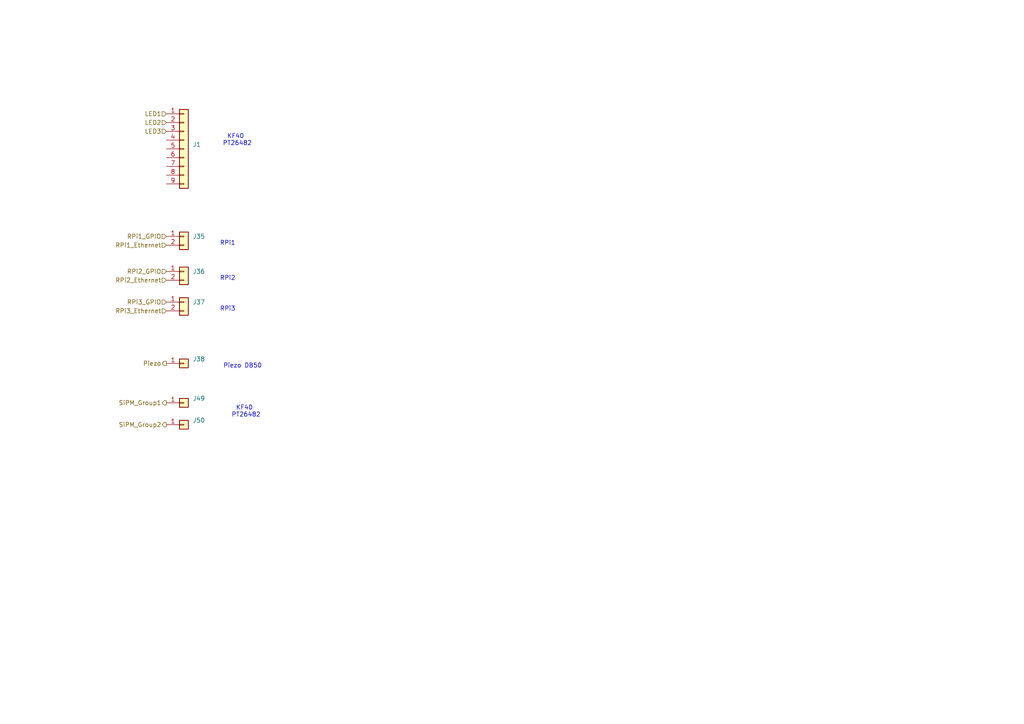
<source format=kicad_sch>
(kicad_sch
	(version 20231120)
	(generator "eeschema")
	(generator_version "8.0")
	(uuid "3448d614-8d82-4224-b09d-cf955102620d")
	(paper "A4")
	(title_block
		(title "Instrumentation wiring drawing")
		(date "2024-06-21")
		(rev "v0")
		(company "SBC")
		(comment 1 "Zhiheng Sheng")
	)
	(lib_symbols
		(symbol "Connector_Generic:Conn_01x01"
			(pin_names
				(offset 1.016) hide)
			(exclude_from_sim no)
			(in_bom yes)
			(on_board yes)
			(property "Reference" "J"
				(at 0 2.54 0)
				(effects
					(font
						(size 1.27 1.27)
					)
				)
			)
			(property "Value" "Conn_01x01"
				(at 0 -2.54 0)
				(effects
					(font
						(size 1.27 1.27)
					)
				)
			)
			(property "Footprint" ""
				(at 0 0 0)
				(effects
					(font
						(size 1.27 1.27)
					)
					(hide yes)
				)
			)
			(property "Datasheet" "~"
				(at 0 0 0)
				(effects
					(font
						(size 1.27 1.27)
					)
					(hide yes)
				)
			)
			(property "Description" "Generic connector, single row, 01x01, script generated (kicad-library-utils/schlib/autogen/connector/)"
				(at 0 0 0)
				(effects
					(font
						(size 1.27 1.27)
					)
					(hide yes)
				)
			)
			(property "ki_keywords" "connector"
				(at 0 0 0)
				(effects
					(font
						(size 1.27 1.27)
					)
					(hide yes)
				)
			)
			(property "ki_fp_filters" "Connector*:*_1x??_*"
				(at 0 0 0)
				(effects
					(font
						(size 1.27 1.27)
					)
					(hide yes)
				)
			)
			(symbol "Conn_01x01_1_1"
				(rectangle
					(start -1.27 0.127)
					(end 0 -0.127)
					(stroke
						(width 0.1524)
						(type default)
					)
					(fill
						(type none)
					)
				)
				(rectangle
					(start -1.27 1.27)
					(end 1.27 -1.27)
					(stroke
						(width 0.254)
						(type default)
					)
					(fill
						(type background)
					)
				)
				(pin passive line
					(at -5.08 0 0)
					(length 3.81)
					(name "Pin_1"
						(effects
							(font
								(size 1.27 1.27)
							)
						)
					)
					(number "1"
						(effects
							(font
								(size 1.27 1.27)
							)
						)
					)
				)
			)
		)
		(symbol "Connector_Generic:Conn_01x02"
			(pin_names
				(offset 1.016) hide)
			(exclude_from_sim no)
			(in_bom yes)
			(on_board yes)
			(property "Reference" "J"
				(at 0 2.54 0)
				(effects
					(font
						(size 1.27 1.27)
					)
				)
			)
			(property "Value" "Conn_01x02"
				(at 0 -5.08 0)
				(effects
					(font
						(size 1.27 1.27)
					)
				)
			)
			(property "Footprint" ""
				(at 0 0 0)
				(effects
					(font
						(size 1.27 1.27)
					)
					(hide yes)
				)
			)
			(property "Datasheet" "~"
				(at 0 0 0)
				(effects
					(font
						(size 1.27 1.27)
					)
					(hide yes)
				)
			)
			(property "Description" "Generic connector, single row, 01x02, script generated (kicad-library-utils/schlib/autogen/connector/)"
				(at 0 0 0)
				(effects
					(font
						(size 1.27 1.27)
					)
					(hide yes)
				)
			)
			(property "ki_keywords" "connector"
				(at 0 0 0)
				(effects
					(font
						(size 1.27 1.27)
					)
					(hide yes)
				)
			)
			(property "ki_fp_filters" "Connector*:*_1x??_*"
				(at 0 0 0)
				(effects
					(font
						(size 1.27 1.27)
					)
					(hide yes)
				)
			)
			(symbol "Conn_01x02_1_1"
				(rectangle
					(start -1.27 -2.413)
					(end 0 -2.667)
					(stroke
						(width 0.1524)
						(type default)
					)
					(fill
						(type none)
					)
				)
				(rectangle
					(start -1.27 0.127)
					(end 0 -0.127)
					(stroke
						(width 0.1524)
						(type default)
					)
					(fill
						(type none)
					)
				)
				(rectangle
					(start -1.27 1.27)
					(end 1.27 -3.81)
					(stroke
						(width 0.254)
						(type default)
					)
					(fill
						(type background)
					)
				)
				(pin passive line
					(at -5.08 0 0)
					(length 3.81)
					(name "Pin_1"
						(effects
							(font
								(size 1.27 1.27)
							)
						)
					)
					(number "1"
						(effects
							(font
								(size 1.27 1.27)
							)
						)
					)
				)
				(pin passive line
					(at -5.08 -2.54 0)
					(length 3.81)
					(name "Pin_2"
						(effects
							(font
								(size 1.27 1.27)
							)
						)
					)
					(number "2"
						(effects
							(font
								(size 1.27 1.27)
							)
						)
					)
				)
			)
		)
		(symbol "Connector_Generic:Conn_01x09"
			(pin_names
				(offset 1.016) hide)
			(exclude_from_sim no)
			(in_bom yes)
			(on_board yes)
			(property "Reference" "J"
				(at 0 12.7 0)
				(effects
					(font
						(size 1.27 1.27)
					)
				)
			)
			(property "Value" "Conn_01x09"
				(at 0 -12.7 0)
				(effects
					(font
						(size 1.27 1.27)
					)
				)
			)
			(property "Footprint" ""
				(at 0 0 0)
				(effects
					(font
						(size 1.27 1.27)
					)
					(hide yes)
				)
			)
			(property "Datasheet" "~"
				(at 0 0 0)
				(effects
					(font
						(size 1.27 1.27)
					)
					(hide yes)
				)
			)
			(property "Description" "Generic connector, single row, 01x09, script generated (kicad-library-utils/schlib/autogen/connector/)"
				(at 0 0 0)
				(effects
					(font
						(size 1.27 1.27)
					)
					(hide yes)
				)
			)
			(property "ki_keywords" "connector"
				(at 0 0 0)
				(effects
					(font
						(size 1.27 1.27)
					)
					(hide yes)
				)
			)
			(property "ki_fp_filters" "Connector*:*_1x??_*"
				(at 0 0 0)
				(effects
					(font
						(size 1.27 1.27)
					)
					(hide yes)
				)
			)
			(symbol "Conn_01x09_1_1"
				(rectangle
					(start -1.27 -10.033)
					(end 0 -10.287)
					(stroke
						(width 0.1524)
						(type default)
					)
					(fill
						(type none)
					)
				)
				(rectangle
					(start -1.27 -7.493)
					(end 0 -7.747)
					(stroke
						(width 0.1524)
						(type default)
					)
					(fill
						(type none)
					)
				)
				(rectangle
					(start -1.27 -4.953)
					(end 0 -5.207)
					(stroke
						(width 0.1524)
						(type default)
					)
					(fill
						(type none)
					)
				)
				(rectangle
					(start -1.27 -2.413)
					(end 0 -2.667)
					(stroke
						(width 0.1524)
						(type default)
					)
					(fill
						(type none)
					)
				)
				(rectangle
					(start -1.27 0.127)
					(end 0 -0.127)
					(stroke
						(width 0.1524)
						(type default)
					)
					(fill
						(type none)
					)
				)
				(rectangle
					(start -1.27 2.667)
					(end 0 2.413)
					(stroke
						(width 0.1524)
						(type default)
					)
					(fill
						(type none)
					)
				)
				(rectangle
					(start -1.27 5.207)
					(end 0 4.953)
					(stroke
						(width 0.1524)
						(type default)
					)
					(fill
						(type none)
					)
				)
				(rectangle
					(start -1.27 7.747)
					(end 0 7.493)
					(stroke
						(width 0.1524)
						(type default)
					)
					(fill
						(type none)
					)
				)
				(rectangle
					(start -1.27 10.287)
					(end 0 10.033)
					(stroke
						(width 0.1524)
						(type default)
					)
					(fill
						(type none)
					)
				)
				(rectangle
					(start -1.27 11.43)
					(end 1.27 -11.43)
					(stroke
						(width 0.254)
						(type default)
					)
					(fill
						(type background)
					)
				)
				(pin passive line
					(at -5.08 10.16 0)
					(length 3.81)
					(name "Pin_1"
						(effects
							(font
								(size 1.27 1.27)
							)
						)
					)
					(number "1"
						(effects
							(font
								(size 1.27 1.27)
							)
						)
					)
				)
				(pin passive line
					(at -5.08 7.62 0)
					(length 3.81)
					(name "Pin_2"
						(effects
							(font
								(size 1.27 1.27)
							)
						)
					)
					(number "2"
						(effects
							(font
								(size 1.27 1.27)
							)
						)
					)
				)
				(pin passive line
					(at -5.08 5.08 0)
					(length 3.81)
					(name "Pin_3"
						(effects
							(font
								(size 1.27 1.27)
							)
						)
					)
					(number "3"
						(effects
							(font
								(size 1.27 1.27)
							)
						)
					)
				)
				(pin passive line
					(at -5.08 2.54 0)
					(length 3.81)
					(name "Pin_4"
						(effects
							(font
								(size 1.27 1.27)
							)
						)
					)
					(number "4"
						(effects
							(font
								(size 1.27 1.27)
							)
						)
					)
				)
				(pin passive line
					(at -5.08 0 0)
					(length 3.81)
					(name "Pin_5"
						(effects
							(font
								(size 1.27 1.27)
							)
						)
					)
					(number "5"
						(effects
							(font
								(size 1.27 1.27)
							)
						)
					)
				)
				(pin passive line
					(at -5.08 -2.54 0)
					(length 3.81)
					(name "Pin_6"
						(effects
							(font
								(size 1.27 1.27)
							)
						)
					)
					(number "6"
						(effects
							(font
								(size 1.27 1.27)
							)
						)
					)
				)
				(pin passive line
					(at -5.08 -5.08 0)
					(length 3.81)
					(name "Pin_7"
						(effects
							(font
								(size 1.27 1.27)
							)
						)
					)
					(number "7"
						(effects
							(font
								(size 1.27 1.27)
							)
						)
					)
				)
				(pin passive line
					(at -5.08 -7.62 0)
					(length 3.81)
					(name "Pin_8"
						(effects
							(font
								(size 1.27 1.27)
							)
						)
					)
					(number "8"
						(effects
							(font
								(size 1.27 1.27)
							)
						)
					)
				)
				(pin passive line
					(at -5.08 -10.16 0)
					(length 3.81)
					(name "Pin_9"
						(effects
							(font
								(size 1.27 1.27)
							)
						)
					)
					(number "9"
						(effects
							(font
								(size 1.27 1.27)
							)
						)
					)
				)
			)
		)
	)
	(text "RPi3"
		(exclude_from_sim no)
		(at 66.04 89.662 0)
		(effects
			(font
				(size 1.27 1.27)
			)
		)
		(uuid "022bba51-b708-429a-87fe-2be46d1e305d")
	)
	(text "RPi2"
		(exclude_from_sim no)
		(at 66.04 80.772 0)
		(effects
			(font
				(size 1.27 1.27)
			)
		)
		(uuid "171674cc-5cf2-4bcf-92a2-aebd4b9413cd")
	)
	(text "KF40 \nPT26482"
		(exclude_from_sim no)
		(at 68.834 40.64 0)
		(effects
			(font
				(size 1.27 1.27)
			)
		)
		(uuid "7dbe3aff-c0eb-4b60-806f-cbeb8c8899ba")
	)
	(text "Piezo DB50"
		(exclude_from_sim no)
		(at 70.358 106.172 0)
		(effects
			(font
				(size 1.27 1.27)
			)
		)
		(uuid "bf220f63-16f2-424c-90a2-1fd3a126e2de")
	)
	(text "KF40 \nPT26482"
		(exclude_from_sim no)
		(at 71.374 119.38 0)
		(effects
			(font
				(size 1.27 1.27)
			)
		)
		(uuid "dcac7418-1cb0-4bbb-8c9c-9baab747a4c0")
	)
	(text "RPi1"
		(exclude_from_sim no)
		(at 66.04 70.612 0)
		(effects
			(font
				(size 1.27 1.27)
			)
		)
		(uuid "f880d3d1-4019-40bc-8003-e2318c443e2d")
	)
	(hierarchical_label "RPi3_GPIO"
		(shape input)
		(at 48.26 87.63 180)
		(fields_autoplaced yes)
		(effects
			(font
				(size 1.27 1.27)
			)
			(justify right)
		)
		(uuid "094ffa31-e34e-41a1-bbba-50bf69cadc55")
	)
	(hierarchical_label "RPi2_GPIO"
		(shape input)
		(at 48.26 78.74 180)
		(fields_autoplaced yes)
		(effects
			(font
				(size 1.27 1.27)
			)
			(justify right)
		)
		(uuid "19f914a8-d43c-42ed-88ed-871360ec871a")
	)
	(hierarchical_label "RPi2_Ethernet"
		(shape input)
		(at 48.26 81.28 180)
		(fields_autoplaced yes)
		(effects
			(font
				(size 1.27 1.27)
			)
			(justify right)
		)
		(uuid "1dbedb54-ae8f-4656-b41f-74c5e1943d0d")
	)
	(hierarchical_label "RPi1_Ethernet"
		(shape input)
		(at 48.26 71.12 180)
		(fields_autoplaced yes)
		(effects
			(font
				(size 1.27 1.27)
			)
			(justify right)
		)
		(uuid "2f9fa7ae-f238-4b03-8677-d9f2d03de1da")
	)
	(hierarchical_label "RPi1_GPIO"
		(shape input)
		(at 48.26 68.58 180)
		(fields_autoplaced yes)
		(effects
			(font
				(size 1.27 1.27)
			)
			(justify right)
		)
		(uuid "338010d0-dd86-4839-a836-8c354a513a96")
	)
	(hierarchical_label "RPi3_Ethernet"
		(shape input)
		(at 48.26 90.17 180)
		(fields_autoplaced yes)
		(effects
			(font
				(size 1.27 1.27)
			)
			(justify right)
		)
		(uuid "3b5dfdf9-fbf2-4770-9eb1-2931c80d2e74")
	)
	(hierarchical_label "LED2"
		(shape input)
		(at 48.26 35.56 180)
		(fields_autoplaced yes)
		(effects
			(font
				(size 1.27 1.27)
			)
			(justify right)
		)
		(uuid "4ce49870-d7ed-4c3d-aa18-83c1f6f2b865")
	)
	(hierarchical_label "LED3"
		(shape input)
		(at 48.26 38.1 180)
		(fields_autoplaced yes)
		(effects
			(font
				(size 1.27 1.27)
			)
			(justify right)
		)
		(uuid "64b4966b-4539-48d0-b114-6085150fa4ee")
	)
	(hierarchical_label "LED1"
		(shape input)
		(at 48.26 33.02 180)
		(fields_autoplaced yes)
		(effects
			(font
				(size 1.27 1.27)
			)
			(justify right)
		)
		(uuid "84396dd8-f488-4082-bb69-4ffc4b376395")
	)
	(hierarchical_label "Piezo"
		(shape output)
		(at 48.26 105.41 180)
		(fields_autoplaced yes)
		(effects
			(font
				(size 1.27 1.27)
			)
			(justify right)
		)
		(uuid "b123012e-190a-4aec-992e-4f1c0f837576")
	)
	(hierarchical_label "SiPM_Group2"
		(shape output)
		(at 48.26 123.19 180)
		(fields_autoplaced yes)
		(effects
			(font
				(size 1.27 1.27)
			)
			(justify right)
		)
		(uuid "cb63f26e-b02d-4eeb-8d06-ceb46ca734c3")
	)
	(hierarchical_label "SiPM_Group1"
		(shape output)
		(at 48.26 116.84 180)
		(fields_autoplaced yes)
		(effects
			(font
				(size 1.27 1.27)
			)
			(justify right)
		)
		(uuid "f97308a5-b959-4d2a-a391-be4071a927b6")
	)
	(symbol
		(lib_id "Connector_Generic:Conn_01x09")
		(at 53.34 43.18 0)
		(unit 1)
		(exclude_from_sim no)
		(in_bom yes)
		(on_board yes)
		(dnp no)
		(fields_autoplaced yes)
		(uuid "188d4b6b-71dd-49d5-9653-8a06b5fe502a")
		(property "Reference" "J1"
			(at 55.88 41.9099 0)
			(effects
				(font
					(size 1.27 1.27)
				)
				(justify left)
			)
		)
		(property "Value" "Conn_01x09"
			(at 55.88 44.4499 0)
			(effects
				(font
					(size 1.27 1.27)
				)
				(justify left)
				(hide yes)
			)
		)
		(property "Footprint" ""
			(at 53.34 43.18 0)
			(effects
				(font
					(size 1.27 1.27)
				)
				(hide yes)
			)
		)
		(property "Datasheet" "~"
			(at 53.34 43.18 0)
			(effects
				(font
					(size 1.27 1.27)
				)
				(hide yes)
			)
		)
		(property "Description" "Generic connector, single row, 01x09, script generated (kicad-library-utils/schlib/autogen/connector/)"
			(at 53.34 43.18 0)
			(effects
				(font
					(size 1.27 1.27)
				)
				(hide yes)
			)
		)
		(pin "8"
			(uuid "754fe0fd-5e79-49f7-910c-38e1de875ce5")
		)
		(pin "4"
			(uuid "550ad161-2699-456a-aa1b-35fe7422a53b")
		)
		(pin "5"
			(uuid "cffd2ed8-b068-498e-b822-e17552008ace")
		)
		(pin "2"
			(uuid "e48a962b-0eeb-4dec-b36b-4e9eaa7708dc")
		)
		(pin "6"
			(uuid "66d5de06-895a-4381-9e30-0814627d001f")
		)
		(pin "7"
			(uuid "3681081c-7d83-4d15-9a88-1053ec7eff94")
		)
		(pin "3"
			(uuid "4c12a540-8542-4c15-9631-ccb481dce1a1")
		)
		(pin "9"
			(uuid "1de6fae8-27b6-4840-95d1-b71119004dae")
		)
		(pin "1"
			(uuid "c54eb0ee-7108-4615-9005-c5003ebcb46d")
		)
		(instances
			(project ""
				(path "/33b0be37-4aa5-415a-8914-5441d29c7862/64276ada-bd10-4f0a-80e4-c5d5e9687fcf"
					(reference "J1")
					(unit 1)
				)
			)
		)
	)
	(symbol
		(lib_id "Connector_Generic:Conn_01x01")
		(at 53.34 123.19 0)
		(unit 1)
		(exclude_from_sim no)
		(in_bom yes)
		(on_board yes)
		(dnp no)
		(fields_autoplaced yes)
		(uuid "54a13f6f-281a-4903-9ddc-0eca5b972686")
		(property "Reference" "J50"
			(at 55.88 121.9199 0)
			(effects
				(font
					(size 1.27 1.27)
				)
				(justify left)
			)
		)
		(property "Value" "Conn_01x01"
			(at 55.88 124.4599 0)
			(effects
				(font
					(size 1.27 1.27)
				)
				(justify left)
				(hide yes)
			)
		)
		(property "Footprint" ""
			(at 53.34 123.19 0)
			(effects
				(font
					(size 1.27 1.27)
				)
				(hide yes)
			)
		)
		(property "Datasheet" "~"
			(at 53.34 123.19 0)
			(effects
				(font
					(size 1.27 1.27)
				)
				(hide yes)
			)
		)
		(property "Description" "Generic connector, single row, 01x01, script generated (kicad-library-utils/schlib/autogen/connector/)"
			(at 53.34 123.19 0)
			(effects
				(font
					(size 1.27 1.27)
				)
				(hide yes)
			)
		)
		(pin "1"
			(uuid "175bb15a-894a-4362-a984-302f7dbbaf31")
		)
		(instances
			(project "instrumentation_wiring"
				(path "/33b0be37-4aa5-415a-8914-5441d29c7862/64276ada-bd10-4f0a-80e4-c5d5e9687fcf"
					(reference "J50")
					(unit 1)
				)
			)
		)
	)
	(symbol
		(lib_id "Connector_Generic:Conn_01x02")
		(at 53.34 68.58 0)
		(unit 1)
		(exclude_from_sim no)
		(in_bom yes)
		(on_board yes)
		(dnp no)
		(fields_autoplaced yes)
		(uuid "564c6ab2-69ee-48e6-b168-ede807c315cc")
		(property "Reference" "J35"
			(at 55.88 68.5799 0)
			(effects
				(font
					(size 1.27 1.27)
				)
				(justify left)
			)
		)
		(property "Value" "Conn_01x02"
			(at 55.88 71.1199 0)
			(effects
				(font
					(size 1.27 1.27)
				)
				(justify left)
				(hide yes)
			)
		)
		(property "Footprint" ""
			(at 53.34 68.58 0)
			(effects
				(font
					(size 1.27 1.27)
				)
				(hide yes)
			)
		)
		(property "Datasheet" "~"
			(at 53.34 68.58 0)
			(effects
				(font
					(size 1.27 1.27)
				)
				(hide yes)
			)
		)
		(property "Description" "Generic connector, single row, 01x02, script generated (kicad-library-utils/schlib/autogen/connector/)"
			(at 53.34 68.58 0)
			(effects
				(font
					(size 1.27 1.27)
				)
				(hide yes)
			)
		)
		(pin "2"
			(uuid "f6ece326-d08a-41da-8335-89cd1652f2bc")
		)
		(pin "1"
			(uuid "6d440c3b-2008-4566-8e3e-eb4098e49b25")
		)
		(instances
			(project ""
				(path "/33b0be37-4aa5-415a-8914-5441d29c7862/64276ada-bd10-4f0a-80e4-c5d5e9687fcf"
					(reference "J35")
					(unit 1)
				)
			)
		)
	)
	(symbol
		(lib_id "Connector_Generic:Conn_01x02")
		(at 53.34 87.63 0)
		(unit 1)
		(exclude_from_sim no)
		(in_bom yes)
		(on_board yes)
		(dnp no)
		(fields_autoplaced yes)
		(uuid "72c201c9-0335-4033-8b4e-03bb4f8bf78a")
		(property "Reference" "J37"
			(at 55.88 87.6299 0)
			(effects
				(font
					(size 1.27 1.27)
				)
				(justify left)
			)
		)
		(property "Value" "Conn_01x02"
			(at 55.88 90.1699 0)
			(effects
				(font
					(size 1.27 1.27)
				)
				(justify left)
				(hide yes)
			)
		)
		(property "Footprint" ""
			(at 53.34 87.63 0)
			(effects
				(font
					(size 1.27 1.27)
				)
				(hide yes)
			)
		)
		(property "Datasheet" "~"
			(at 53.34 87.63 0)
			(effects
				(font
					(size 1.27 1.27)
				)
				(hide yes)
			)
		)
		(property "Description" "Generic connector, single row, 01x02, script generated (kicad-library-utils/schlib/autogen/connector/)"
			(at 53.34 87.63 0)
			(effects
				(font
					(size 1.27 1.27)
				)
				(hide yes)
			)
		)
		(pin "2"
			(uuid "c5ec37a0-b716-47d3-a283-2d0e241cf402")
		)
		(pin "1"
			(uuid "0b3c19ba-c857-4ca3-beb1-b9299ec88232")
		)
		(instances
			(project "instrumentation_wiring"
				(path "/33b0be37-4aa5-415a-8914-5441d29c7862/64276ada-bd10-4f0a-80e4-c5d5e9687fcf"
					(reference "J37")
					(unit 1)
				)
			)
		)
	)
	(symbol
		(lib_id "Connector_Generic:Conn_01x01")
		(at 53.34 116.84 0)
		(unit 1)
		(exclude_from_sim no)
		(in_bom yes)
		(on_board yes)
		(dnp no)
		(fields_autoplaced yes)
		(uuid "b49cc593-8cc8-4741-8154-b5fc83da5c87")
		(property "Reference" "J49"
			(at 55.88 115.5699 0)
			(effects
				(font
					(size 1.27 1.27)
				)
				(justify left)
			)
		)
		(property "Value" "Conn_01x01"
			(at 55.88 118.1099 0)
			(effects
				(font
					(size 1.27 1.27)
				)
				(justify left)
				(hide yes)
			)
		)
		(property "Footprint" ""
			(at 53.34 116.84 0)
			(effects
				(font
					(size 1.27 1.27)
				)
				(hide yes)
			)
		)
		(property "Datasheet" "~"
			(at 53.34 116.84 0)
			(effects
				(font
					(size 1.27 1.27)
				)
				(hide yes)
			)
		)
		(property "Description" "Generic connector, single row, 01x01, script generated (kicad-library-utils/schlib/autogen/connector/)"
			(at 53.34 116.84 0)
			(effects
				(font
					(size 1.27 1.27)
				)
				(hide yes)
			)
		)
		(pin "1"
			(uuid "df237115-3b6e-4486-beff-f499fe6c028a")
		)
		(instances
			(project "instrumentation_wiring"
				(path "/33b0be37-4aa5-415a-8914-5441d29c7862/64276ada-bd10-4f0a-80e4-c5d5e9687fcf"
					(reference "J49")
					(unit 1)
				)
			)
		)
	)
	(symbol
		(lib_id "Connector_Generic:Conn_01x02")
		(at 53.34 78.74 0)
		(unit 1)
		(exclude_from_sim no)
		(in_bom yes)
		(on_board yes)
		(dnp no)
		(fields_autoplaced yes)
		(uuid "c1654f79-1a3f-47b8-acb2-348fed1bdeb8")
		(property "Reference" "J36"
			(at 55.88 78.7399 0)
			(effects
				(font
					(size 1.27 1.27)
				)
				(justify left)
			)
		)
		(property "Value" "Conn_01x02"
			(at 55.88 81.2799 0)
			(effects
				(font
					(size 1.27 1.27)
				)
				(justify left)
				(hide yes)
			)
		)
		(property "Footprint" ""
			(at 53.34 78.74 0)
			(effects
				(font
					(size 1.27 1.27)
				)
				(hide yes)
			)
		)
		(property "Datasheet" "~"
			(at 53.34 78.74 0)
			(effects
				(font
					(size 1.27 1.27)
				)
				(hide yes)
			)
		)
		(property "Description" "Generic connector, single row, 01x02, script generated (kicad-library-utils/schlib/autogen/connector/)"
			(at 53.34 78.74 0)
			(effects
				(font
					(size 1.27 1.27)
				)
				(hide yes)
			)
		)
		(pin "2"
			(uuid "345aa489-488f-426c-b8c4-362cc1145c96")
		)
		(pin "1"
			(uuid "eec8c6f4-8f8e-4f28-a092-2607984ddf17")
		)
		(instances
			(project "instrumentation_wiring"
				(path "/33b0be37-4aa5-415a-8914-5441d29c7862/64276ada-bd10-4f0a-80e4-c5d5e9687fcf"
					(reference "J36")
					(unit 1)
				)
			)
		)
	)
	(symbol
		(lib_id "Connector_Generic:Conn_01x01")
		(at 53.34 105.41 0)
		(unit 1)
		(exclude_from_sim no)
		(in_bom yes)
		(on_board yes)
		(dnp no)
		(fields_autoplaced yes)
		(uuid "dc40fbe7-cb79-443c-99f8-dd95bc5af4cf")
		(property "Reference" "J38"
			(at 55.88 104.1399 0)
			(effects
				(font
					(size 1.27 1.27)
				)
				(justify left)
			)
		)
		(property "Value" "Conn_01x01"
			(at 55.88 106.6799 0)
			(effects
				(font
					(size 1.27 1.27)
				)
				(justify left)
				(hide yes)
			)
		)
		(property "Footprint" ""
			(at 53.34 105.41 0)
			(effects
				(font
					(size 1.27 1.27)
				)
				(hide yes)
			)
		)
		(property "Datasheet" "~"
			(at 53.34 105.41 0)
			(effects
				(font
					(size 1.27 1.27)
				)
				(hide yes)
			)
		)
		(property "Description" "Generic connector, single row, 01x01, script generated (kicad-library-utils/schlib/autogen/connector/)"
			(at 53.34 105.41 0)
			(effects
				(font
					(size 1.27 1.27)
				)
				(hide yes)
			)
		)
		(pin "1"
			(uuid "b71fd57b-3878-48fc-88f7-2efea43b7add")
		)
		(instances
			(project ""
				(path "/33b0be37-4aa5-415a-8914-5441d29c7862/64276ada-bd10-4f0a-80e4-c5d5e9687fcf"
					(reference "J38")
					(unit 1)
				)
			)
		)
	)
)

</source>
